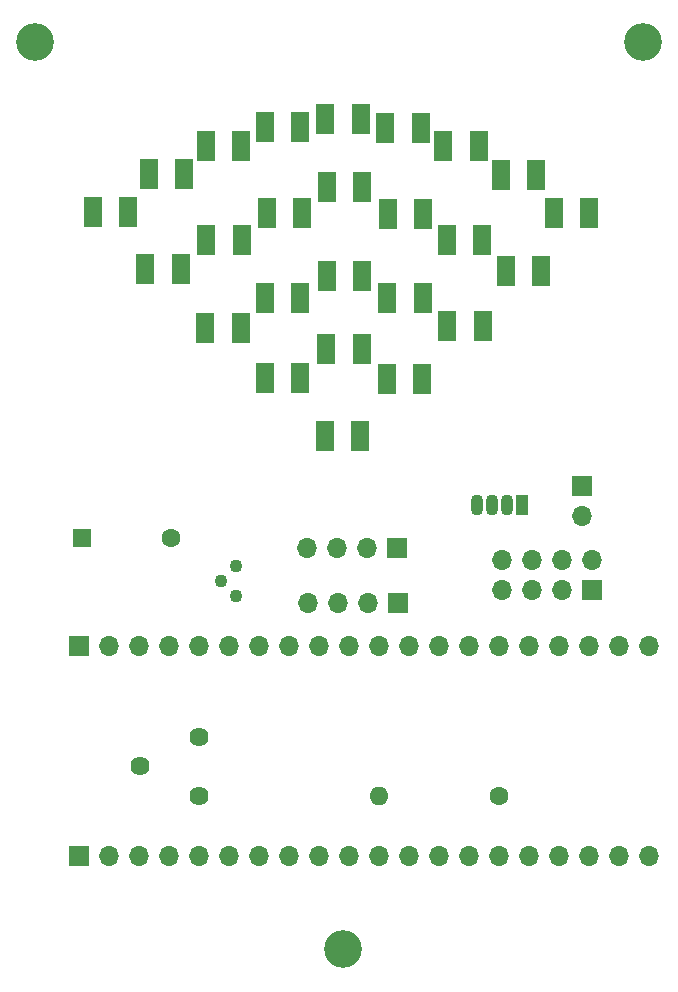
<source format=gbr>
%TF.GenerationSoftware,KiCad,Pcbnew,7.0.7*%
%TF.CreationDate,2024-05-19T18:37:37+02:00*%
%TF.ProjectId,Smart-mobility,536d6172-742d-46d6-9f62-696c6974792e,rev?*%
%TF.SameCoordinates,Original*%
%TF.FileFunction,Soldermask,Top*%
%TF.FilePolarity,Negative*%
%FSLAX46Y46*%
G04 Gerber Fmt 4.6, Leading zero omitted, Abs format (unit mm)*
G04 Created by KiCad (PCBNEW 7.0.7) date 2024-05-19 18:37:37*
%MOMM*%
%LPD*%
G01*
G04 APERTURE LIST*
%ADD10C,3.200000*%
%ADD11R,1.070000X1.800000*%
%ADD12O,1.070000X1.800000*%
%ADD13R,1.500000X2.600000*%
%ADD14R,1.600000X1.600000*%
%ADD15C,1.600000*%
%ADD16R,1.700000X1.700000*%
%ADD17O,1.700000X1.700000*%
%ADD18C,1.620000*%
%ADD19O,1.600000X1.600000*%
%ADD20C,1.100000*%
G04 APERTURE END LIST*
D10*
%TO.C,REF\u002A\u002A*%
X77900000Y-110800000D03*
%TD*%
%TO.C,MH2*%
X51800000Y-34000000D03*
%TD*%
D11*
%TO.C,D26*%
X93045000Y-73175000D03*
D12*
X91775000Y-73175000D03*
X90505000Y-73175000D03*
X89235000Y-73175000D03*
%TD*%
D13*
%TO.C,D2*%
X61120000Y-53170000D03*
X64120000Y-53170000D03*
%TD*%
%TO.C,D11*%
X76520000Y-46245000D03*
X79520000Y-46245000D03*
%TD*%
%TO.C,D15*%
X76345000Y-67320000D03*
X79345000Y-67320000D03*
%TD*%
%TO.C,D20*%
X86370000Y-42745000D03*
X89370000Y-42745000D03*
%TD*%
%TO.C,D21*%
X81470000Y-41245000D03*
X84470000Y-41245000D03*
%TD*%
D10*
%TO.C,MH3*%
X103300000Y-34000000D03*
%TD*%
D13*
%TO.C,D3*%
X66195000Y-58195000D03*
X69195000Y-58195000D03*
%TD*%
%TO.C,D14*%
X76445000Y-59920000D03*
X79445000Y-59920000D03*
%TD*%
%TO.C,D24*%
X95720000Y-48470000D03*
X98720000Y-48470000D03*
%TD*%
D14*
%TO.C,BZ1*%
X55750000Y-76000000D03*
D15*
X63350000Y-76000000D03*
%TD*%
D13*
%TO.C,D8*%
X71270000Y-55670000D03*
X74270000Y-55670000D03*
%TD*%
%TO.C,D10*%
X71245000Y-41195000D03*
X74245000Y-41195000D03*
%TD*%
%TO.C,D4*%
X76370000Y-40470000D03*
X79370000Y-40470000D03*
%TD*%
%TO.C,D17*%
X86645000Y-50720000D03*
X89645000Y-50720000D03*
%TD*%
%TO.C,D9*%
X71245000Y-62445000D03*
X74245000Y-62445000D03*
%TD*%
%TO.C,D19*%
X81595000Y-62495000D03*
X84595000Y-62495000D03*
%TD*%
%TO.C,D25*%
X56695000Y-48345000D03*
X59695000Y-48345000D03*
%TD*%
%TO.C,D23*%
X86720000Y-57995000D03*
X89720000Y-57995000D03*
%TD*%
%TO.C,D16*%
X81670000Y-48495000D03*
X84670000Y-48495000D03*
%TD*%
%TO.C,D5*%
X66270000Y-42770000D03*
X69270000Y-42770000D03*
%TD*%
%TO.C,D7*%
X66295000Y-50720000D03*
X69295000Y-50720000D03*
%TD*%
%TO.C,D1*%
X61445000Y-45170000D03*
X64445000Y-45170000D03*
%TD*%
%TO.C,D12*%
X91220000Y-45270000D03*
X94220000Y-45270000D03*
%TD*%
D16*
%TO.C,J2*%
X82500000Y-81475000D03*
D17*
X79960000Y-81475000D03*
X77420000Y-81475000D03*
X74880000Y-81475000D03*
%TD*%
D13*
%TO.C,D13*%
X76495000Y-53795000D03*
X79495000Y-53795000D03*
%TD*%
%TO.C,D22*%
X91645000Y-53345000D03*
X94645000Y-53345000D03*
%TD*%
%TO.C,D6*%
X71420000Y-48445000D03*
X74420000Y-48445000D03*
%TD*%
%TO.C,D18*%
X81620000Y-55670000D03*
X84620000Y-55670000D03*
%TD*%
D16*
%TO.C,J6*%
X82475000Y-76800000D03*
D17*
X79935000Y-76800000D03*
X77395000Y-76800000D03*
X74855000Y-76800000D03*
%TD*%
D16*
%TO.C,SW1*%
X98975000Y-80350000D03*
D17*
X98975000Y-77810000D03*
X96435000Y-80350000D03*
X96435000Y-77810000D03*
X93895000Y-80350000D03*
X93895000Y-77810000D03*
X91355000Y-80350000D03*
X91355000Y-77810000D03*
%TD*%
D18*
%TO.C,R20*%
X65680000Y-97790000D03*
X60680000Y-95290000D03*
X65680000Y-92790000D03*
%TD*%
D16*
%TO.C,J4*%
X55520000Y-85090000D03*
D17*
X58060000Y-85090000D03*
X60600000Y-85090000D03*
X63140000Y-85090000D03*
X65680000Y-85090000D03*
X68220000Y-85090000D03*
X70760000Y-85090000D03*
X73300000Y-85090000D03*
X75840000Y-85090000D03*
X78380000Y-85090000D03*
X80920000Y-85090000D03*
X83460000Y-85090000D03*
X86000000Y-85090000D03*
X88540000Y-85090000D03*
X91080000Y-85090000D03*
X93620000Y-85090000D03*
X96160000Y-85090000D03*
X98700000Y-85090000D03*
X101240000Y-85090000D03*
X103780000Y-85090000D03*
%TD*%
D16*
%TO.C,J3*%
X98100000Y-71600000D03*
D17*
X98100000Y-74140000D03*
%TD*%
D15*
%TO.C,R21*%
X91080000Y-97815000D03*
D19*
X80920000Y-97815000D03*
%TD*%
D20*
%TO.C,Q1*%
X67555000Y-79575000D03*
X68825000Y-78305000D03*
X68825000Y-80845000D03*
%TD*%
D16*
%TO.C,J5*%
X55520000Y-102895000D03*
D17*
X58060000Y-102895000D03*
X60600000Y-102895000D03*
X63140000Y-102895000D03*
X65680000Y-102895000D03*
X68220000Y-102895000D03*
X70760000Y-102895000D03*
X73300000Y-102895000D03*
X75840000Y-102895000D03*
X78380000Y-102895000D03*
X80920000Y-102895000D03*
X83460000Y-102895000D03*
X86000000Y-102895000D03*
X88540000Y-102895000D03*
X91080000Y-102895000D03*
X93620000Y-102895000D03*
X96160000Y-102895000D03*
X98700000Y-102895000D03*
X101240000Y-102895000D03*
X103780000Y-102895000D03*
%TD*%
M02*

</source>
